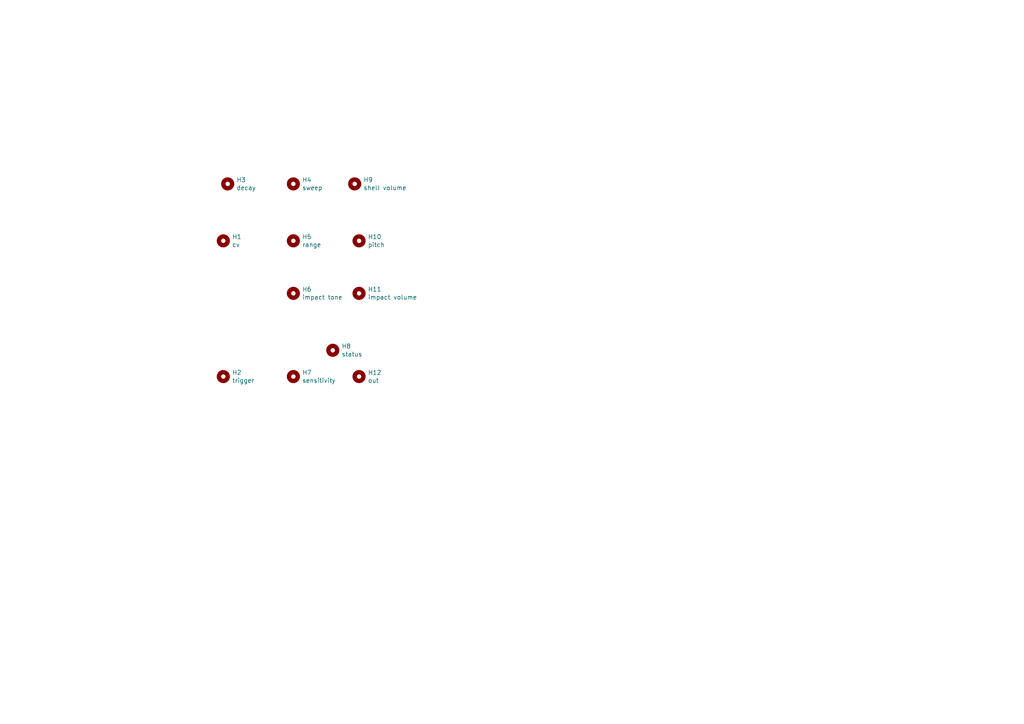
<source format=kicad_sch>
(kicad_sch (version 20230121) (generator eeschema)
  (paper "A4")
  (title_block (title "Bass++") (date "2019-10-20") (rev "01") (comment 1 "Original design by Thomas Henry") (comment 2 "Schema for panel") (comment 4 "License CC BY 4.0 - Attribution 4.0 International"))
  (lib_symbols
    (symbol "Mechanical:MountingHole" (pin_names (offset 1.016))
      (property "Reference" "H" (at 0 5.08 0))
      (property "Value" "MountingHole" (at 0 3.175 0))
      (symbol "MountingHole_0_1"
        (circle (center 0 0) (radius 1.27) (stroke (width 1.27)))
      )
    )
  )
  (symbol (lib_id "Mechanical:MountingHole") (at 104.14 109.22 0) (unit 1)
    (property "Reference" "H12" (at 106.68 108.0516 0) (effects (justify left)))
    (property "Value" "out" (at 106.68 110.363 0) (effects (justify left)))
    (property "Footprint" "elektrophon:panel_jack" (effects hide))
  )
  (symbol (lib_id "Mechanical:MountingHole") (at 85.09 53.34 0) (unit 1)
    (property "Reference" "H4" (at 87.63 52.1716 0) (effects (justify left)))
    (property "Value" "sweep" (at 87.63 54.483 0) (effects (justify left)))
    (property "Footprint" "elektrophon:panel_potentiometer" (effects hide))
  )
  (symbol (lib_id "Mechanical:MountingHole") (at 64.77 109.22 0) (unit 1)
    (property "Reference" "H2" (at 67.31 108.0516 0) (effects (justify left)))
    (property "Value" "trigger" (at 67.31 110.363 0) (effects (justify left)))
    (property "Footprint" "elektrophon:panel_jack" (effects hide))
  )
  (symbol (lib_id "Mechanical:MountingHole") (at 66.04 53.34 0) (unit 1)
    (property "Reference" "H3" (at 68.58 52.1716 0) (effects (justify left)))
    (property "Value" "decay" (at 68.58 54.483 0) (effects (justify left)))
    (property "Footprint" "elektrophon:panel_potentiometer" (effects hide))
  )
  (symbol (lib_id "Mechanical:MountingHole") (at 64.77 69.85 0) (unit 1)
    (property "Reference" "H1" (at 67.31 68.6816 0) (effects (justify left)))
    (property "Value" "cv" (at 67.31 70.993 0) (effects (justify left)))
    (property "Footprint" "elektrophon:panel_jack" (effects hide))
  )
  (symbol (lib_id "Mechanical:MountingHole") (at 85.09 109.22 0) (unit 1)
    (property "Reference" "H7" (at 87.63 108.0516 0) (effects (justify left)))
    (property "Value" "sensitivity" (at 87.63 110.363 0) (effects (justify left)))
    (property "Footprint" "elektrophon:panel_potentiometer" (effects hide))
  )
  (symbol (lib_id "Mechanical:MountingHole") (at 85.09 69.85 0) (unit 1)
    (property "Reference" "H5" (at 87.63 68.6816 0) (effects (justify left)))
    (property "Value" "range" (at 87.63 70.993 0) (effects (justify left)))
    (property "Footprint" "elektrophon:panel_potentiometer" (effects hide))
  )
  (symbol (lib_id "Mechanical:MountingHole") (at 102.87 53.34 0) (unit 1)
    (property "Reference" "H9" (at 105.41 52.1716 0) (effects (justify left)))
    (property "Value" "shell volume" (at 105.41 54.483 0) (effects (justify left)))
    (property "Footprint" "elektrophon:panel_potentiometer" (effects hide))
  )
  (symbol (lib_id "Mechanical:MountingHole") (at 85.09 85.09 0) (unit 1)
    (property "Reference" "H6" (at 87.63 83.9216 0) (effects (justify left)))
    (property "Value" "impact tone" (at 87.63 86.233 0) (effects (justify left)))
    (property "Footprint" "elektrophon:panel_potentiometer" (effects hide))
  )
  (symbol (lib_id "Mechanical:MountingHole") (at 104.14 85.09 0) (unit 1)
    (property "Reference" "H11" (at 106.68 83.9216 0) (effects (justify left)))
    (property "Value" "impact volume" (at 106.68 86.233 0) (effects (justify left)))
    (property "Footprint" "elektrophon:panel_potentiometer" (effects hide))
  )
  (symbol (lib_id "Mechanical:MountingHole") (at 96.52 101.6 0) (unit 1)
    (property "Reference" "H8" (at 99.06 100.4316 0) (effects (justify left)))
    (property "Value" "status" (at 99.06 102.743 0) (effects (justify left)))
    (property "Footprint" "elektrophon:LED Monitor" (effects hide))
  )
  (symbol (lib_id "Mechanical:MountingHole") (at 104.14 69.85 0) (unit 1)
    (property "Reference" "H10" (at 106.68 68.6816 0) (effects (justify left)))
    (property "Value" "pitch" (at 106.68 70.993 0) (effects (justify left)))
    (property "Footprint" "elektrophon:panel_potentiometer" (effects hide))
  )
)
</source>
